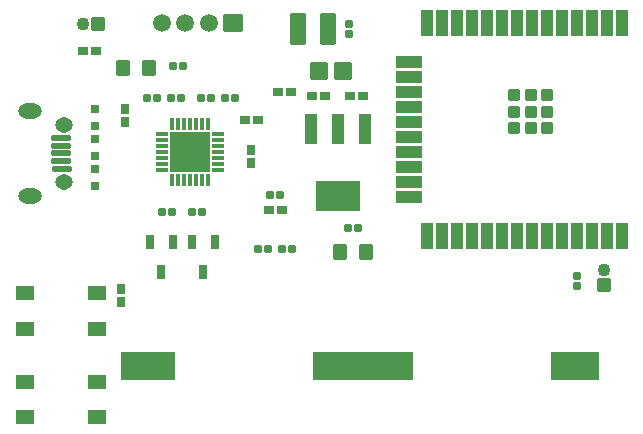
<source format=gts>
G04 Layer: TopSolderMaskLayer*
G04 EasyEDA v6.5.22, 2023-04-13 23:23:34*
G04 8da0a1a92f474effb9e69289645bcd93,716f0268f4a04d1f8e2d1e8369cd39e0,10*
G04 Gerber Generator version 0.2*
G04 Scale: 100 percent, Rotated: No, Reflected: No *
G04 Dimensions in inches *
G04 leading zeros omitted , absolute positions ,3 integer and 6 decimal *
%FSLAX36Y36*%
%MOIN*%

%AMMACRO1*1,1,$1,$2,$3*1,1,$1,$4,$5*1,1,$1,0-$2,0-$3*1,1,$1,0-$4,0-$5*20,1,$1,$2,$3,$4,$5,0*20,1,$1,$4,$5,0-$2,0-$3,0*20,1,$1,0-$2,0-$3,0-$4,0-$5,0*20,1,$1,0-$4,0-$5,$2,$3,0*4,1,4,$2,$3,$4,$5,0-$2,0-$3,0-$4,0-$5,$2,$3,0*%
%ADD10MACRO1,0.004X-0.0197X-0.0197X-0.0197X0.0197*%
%ADD11C,0.0434*%
%ADD12MACRO1,0.004X0.0106X-0.0111X-0.0106X-0.0111*%
%ADD13MACRO1,0.004X0.0106X0.0111X-0.0106X0.0111*%
%ADD14MACRO1,0.004X0.0315X0.0079X0.0315X-0.0079*%
%ADD15O,0.078803X0.051244000000000005*%
%ADD16O,0.059118000000000004X0.051244000000000005*%
%ADD17MACRO1,0.004X-0.0106X0.0156X0.0106X0.0156*%
%ADD18MACRO1,0.004X-0.0106X-0.0156X0.0106X-0.0156*%
%ADD19MACRO1,0.004X-0.0156X-0.0106X-0.0156X0.0106*%
%ADD20MACRO1,0.004X0.0156X-0.0106X0.0156X0.0106*%
%ADD21MACRO1,0.004X0.0106X-0.0156X-0.0106X-0.0156*%
%ADD22MACRO1,0.004X0.0106X0.0156X-0.0106X0.0156*%
%ADD23MACRO1,0.004X0.0156X0.0106X0.0156X-0.0106*%
%ADD24MACRO1,0.004X-0.0156X0.0106X-0.0156X-0.0106*%
%ADD25MACRO1,0.004X-0.0278X-0.0266X-0.0278X0.0266*%
%ADD26MACRO1,0.004X0.0278X-0.0266X0.0278X0.0266*%
%ADD27MACRO1,0.004X0.0118X0.0118X0.0118X-0.0118*%
%ADD28MACRO1,0.004X-0.0118X-0.0118X-0.0118X0.0118*%
%ADD29MACRO1,0.004X0.0197X-0.0197X-0.0197X-0.0197*%
%ADD30MACRO1,0.004X0.0197X-0.0246X-0.0197X-0.0246*%
%ADD31MACRO1,0.004X-0.0197X0.0246X0.0197X0.0246*%
%ADD32MACRO1,0.004X-0.0118X-0.0211X-0.0118X0.0211*%
%ADD33MACRO1,0.004X-0.0106X0.0111X0.0106X0.0111*%
%ADD34MACRO1,0.004X-0.0106X-0.0111X0.0106X-0.0111*%
%ADD35MACRO1,0.004X0.0111X0.0106X0.0111X-0.0106*%
%ADD36MACRO1,0.004X-0.0111X0.0106X-0.0111X-0.0106*%
%ADD37MACRO1,0.004X-0.0111X-0.0106X-0.0111X0.0106*%
%ADD38MACRO1,0.004X0.0111X-0.0106X0.0111X0.0106*%
%ADD39MACRO1,0.004X0.0295X-0.0197X-0.0295X-0.0197*%
%ADD40MACRO1,0.0039X0.0236X-0.0512X-0.0236X-0.0512*%
%ADD41MACRO1,0.004X0.0178X-0.0055X-0.0178X-0.0055*%
%ADD42MACRO1,0.004X0.0055X-0.0178X-0.0055X-0.0178*%
%ADD43MACRO1,0.004X0.0659X-0.0659X-0.0659X-0.0659*%
%ADD44MACRO1,0.004X0.0193X0.0486X-0.0193X0.0486*%
%ADD45MACRO1,0.004X-0.0709X0.0486X0.0709X0.0486*%
%ADD46MACRO1,0.004X0.0187X-0.0413X-0.0187X-0.0413*%
%ADD47MACRO1,0.004X0.0413X-0.0187X-0.0413X-0.0187*%
%ADD48MACRO1,0.004X-0.0177X0.0177X0.0177X0.0177*%
%ADD49MACRO1,0.0039X0.0787X-0.0453X-0.0787X-0.0453*%
%ADD50MACRO1,0.0039X0.0866X-0.0453X-0.0866X-0.0453*%
%ADD51C,0.0591*%
%ADD52MACRO1,0.004X0.03X-0.0276X-0.03X-0.0276*%

%LPD*%
D10*
G01*
X2995000Y575000D03*
D11*
G01*
X2995000Y625000D03*
D12*
G01*
X2905000Y607040D03*
D13*
G01*
X2905000Y572959D03*
D14*
G01*
X1187244Y1066180D03*
G01*
X1187244Y1040590D03*
G01*
X1187244Y1015000D03*
G01*
X1187244Y989409D03*
G01*
X1187550Y963819D03*
D15*
G01*
X1082920Y1156729D03*
D16*
G01*
X1197079Y919529D03*
G01*
X1197079Y1110470D03*
D15*
G01*
X1082920Y873270D03*
D17*
G01*
X1385000Y518541D03*
D18*
G01*
X1385000Y561458D03*
D19*
G01*
X1921459Y825000D03*
D20*
G01*
X1878540Y825000D03*
D21*
G01*
X1820000Y1026458D03*
D22*
G01*
X1820000Y983541D03*
D23*
G01*
X1798540Y1125000D03*
D24*
G01*
X1841459Y1125000D03*
D19*
G01*
X2191459Y1205000D03*
D20*
G01*
X2148540Y1205000D03*
D19*
G01*
X1951459Y1220000D03*
D20*
G01*
X1908540Y1220000D03*
D23*
G01*
X2023540Y1205000D03*
D24*
G01*
X2066459Y1205000D03*
D19*
G01*
X1301459Y1355000D03*
D20*
G01*
X1258540Y1355000D03*
D25*
G01*
X2124371Y1290000D03*
D26*
G01*
X2045628Y1290000D03*
D27*
G01*
X1300000Y964529D03*
D28*
G01*
X1300000Y905471D03*
D27*
G01*
X1300000Y1064529D03*
D28*
G01*
X1300000Y1005471D03*
G01*
X1300000Y1105471D03*
D27*
G01*
X1300000Y1164529D03*
D29*
G01*
X1310000Y1445000D03*
D11*
G01*
X1260000Y1445000D03*
D30*
G01*
X1478307Y1300003D03*
G01*
X1391688Y1300003D03*
D31*
G01*
X2116692Y684996D03*
G01*
X2203311Y684996D03*
D32*
G01*
X1557399Y718622D03*
G01*
X1482600Y718622D03*
G01*
X1520000Y621377D03*
G01*
X1697399Y718622D03*
G01*
X1622600Y718622D03*
G01*
X1660000Y621377D03*
D33*
G01*
X2145000Y1412959D03*
D34*
G01*
X2145000Y1447040D03*
D35*
G01*
X1882959Y875000D03*
D36*
G01*
X1917040Y875000D03*
D37*
G01*
X1592040Y1305000D03*
D38*
G01*
X1557959Y1305000D03*
D37*
G01*
X2177040Y765000D03*
D38*
G01*
X2142959Y765000D03*
D35*
G01*
X1552959Y1200000D03*
D36*
G01*
X1587040Y1200000D03*
D35*
G01*
X1652959Y1200000D03*
D36*
G01*
X1687040Y1200000D03*
D35*
G01*
X1472959Y1200000D03*
D36*
G01*
X1507040Y1200000D03*
D35*
G01*
X1732959Y1200000D03*
D36*
G01*
X1767040Y1200000D03*
D35*
G01*
X1842959Y695000D03*
D36*
G01*
X1877040Y695000D03*
D35*
G01*
X1922959Y695000D03*
D36*
G01*
X1957040Y695000D03*
D35*
G01*
X1622959Y820000D03*
D36*
G01*
X1657040Y820000D03*
D35*
G01*
X1522959Y820000D03*
D36*
G01*
X1557040Y820000D03*
D39*
G01*
X1305079Y135945D03*
G01*
X1064922Y135945D03*
G01*
X1305079Y254054D03*
G01*
X1064921Y254054D03*
D40*
G01*
X1975000Y1430000D03*
G01*
X2075000Y1430000D03*
D41*
G01*
X1708599Y960950D03*
G01*
X1708599Y980630D03*
G01*
X1708599Y1000319D03*
G01*
X1708599Y1020000D03*
G01*
X1708599Y1039690D03*
G01*
X1708599Y1059369D03*
G01*
X1708599Y1079059D03*
D42*
G01*
X1674049Y1113600D03*
G01*
X1654369Y1113600D03*
G01*
X1634679Y1113600D03*
G01*
X1615000Y1113600D03*
G01*
X1595309Y1113600D03*
G01*
X1575630Y1113600D03*
G01*
X1555940Y1113600D03*
D41*
G01*
X1521400Y1079059D03*
G01*
X1521400Y1059369D03*
G01*
X1521400Y1039690D03*
G01*
X1521400Y1020000D03*
G01*
X1521400Y1000319D03*
G01*
X1521400Y980630D03*
G01*
X1521400Y960950D03*
D42*
G01*
X1555940Y926399D03*
G01*
X1575630Y926399D03*
G01*
X1595309Y926399D03*
G01*
X1615000Y926399D03*
G01*
X1634679Y926399D03*
G01*
X1654369Y926399D03*
G01*
X1674049Y926399D03*
D43*
G01*
X1615000Y1020000D03*
D44*
G01*
X2200551Y1096613D03*
G01*
X2110000Y1096613D03*
G01*
X2019448Y1096613D03*
D45*
G01*
X2110000Y873386D03*
D46*
G01*
X3054431Y1449332D03*
G01*
X3004431Y1449332D03*
G01*
X2954431Y1449332D03*
G01*
X2904431Y1449332D03*
G01*
X2854431Y1449332D03*
G01*
X2804431Y1449332D03*
G01*
X2754431Y1449332D03*
G01*
X2704431Y1449332D03*
G01*
X2654431Y1449332D03*
G01*
X2604431Y1449332D03*
G01*
X2554431Y1449332D03*
G01*
X2504431Y1449332D03*
G01*
X2454431Y1449332D03*
G01*
X2404431Y1449332D03*
D47*
G01*
X2345574Y1319994D03*
G01*
X2345574Y1269994D03*
G01*
X2345574Y1219994D03*
G01*
X2345574Y1169994D03*
G01*
X2345574Y1119994D03*
G01*
X2345574Y1069994D03*
G01*
X2345574Y1019994D03*
G01*
X2345574Y969994D03*
G01*
X2345574Y919994D03*
G01*
X2345574Y869994D03*
D46*
G01*
X2404431Y740667D03*
G01*
X2454431Y740667D03*
G01*
X2504431Y740667D03*
G01*
X2554431Y740667D03*
G01*
X2604431Y740667D03*
G01*
X2654431Y740667D03*
G01*
X2704431Y740667D03*
G01*
X2754431Y740667D03*
G01*
X2804431Y740667D03*
G01*
X2854431Y740667D03*
G01*
X2904431Y740667D03*
G01*
X2954431Y740667D03*
G01*
X3004431Y740667D03*
G01*
X3054431Y740667D03*
D48*
G01*
X2752029Y1154064D03*
G01*
X2752028Y1209173D03*
G01*
X2752028Y1098936D03*
G01*
X2807147Y1098936D03*
G01*
X2807147Y1154055D03*
G01*
X2807147Y1209173D03*
G01*
X2696914Y1209173D03*
G01*
X2696911Y1154055D03*
G01*
X2696914Y1098936D03*
D49*
G01*
X2104960Y305000D03*
D50*
G01*
X1475039Y305000D03*
D49*
G01*
X2899960Y305000D03*
D50*
G01*
X2270039Y305000D03*
D51*
G01*
X1521890Y1450000D03*
G01*
X1600630Y1450000D03*
G01*
X1679369Y1450000D03*
D52*
G01*
X1758109Y1450000D03*
D39*
G01*
X1305074Y430990D03*
G01*
X1064917Y430990D03*
G01*
X1305074Y549099D03*
G01*
X1064916Y549099D03*
D17*
G01*
X1400000Y1118541D03*
D18*
G01*
X1400000Y1161458D03*
M02*

</source>
